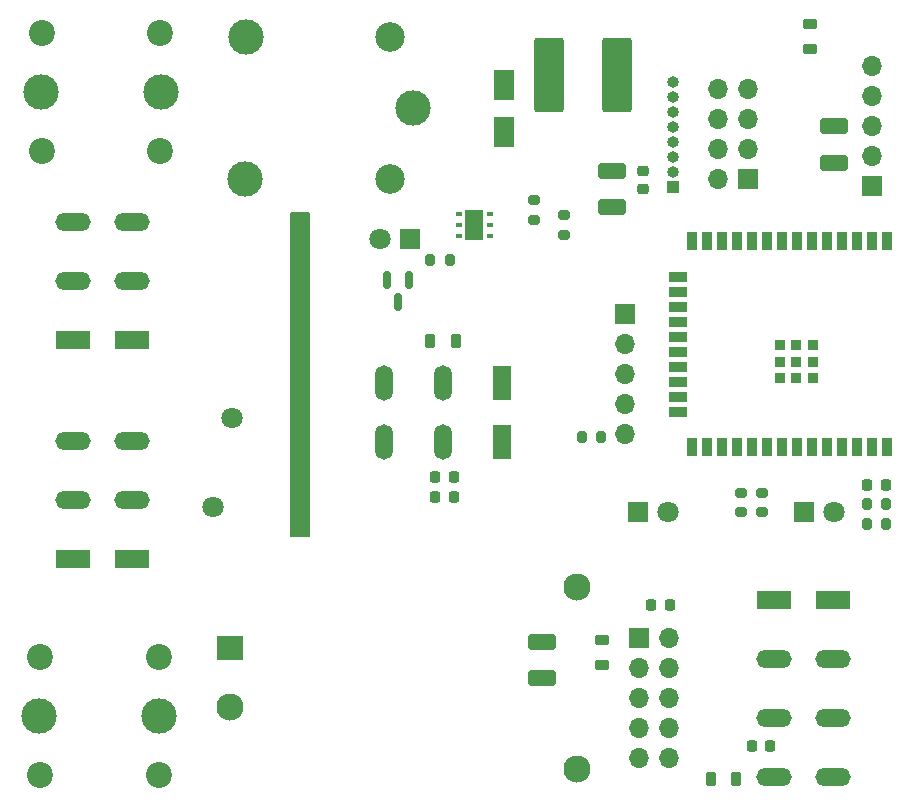
<source format=gbr>
%TF.GenerationSoftware,KiCad,Pcbnew,6.0.2+dfsg-1*%
%TF.CreationDate,2023-01-14T15:25:47+01:00*%
%TF.ProjectId,OpenDTU,4f70656e-4454-4552-9e6b-696361645f70,rev?*%
%TF.SameCoordinates,Original*%
%TF.FileFunction,Soldermask,Bot*%
%TF.FilePolarity,Negative*%
%FSLAX46Y46*%
G04 Gerber Fmt 4.6, Leading zero omitted, Abs format (unit mm)*
G04 Created by KiCad (PCBNEW 6.0.2+dfsg-1) date 2023-01-14 15:25:47*
%MOMM*%
%LPD*%
G01*
G04 APERTURE LIST*
G04 Aperture macros list*
%AMRoundRect*
0 Rectangle with rounded corners*
0 $1 Rounding radius*
0 $2 $3 $4 $5 $6 $7 $8 $9 X,Y pos of 4 corners*
0 Add a 4 corners polygon primitive as box body*
4,1,4,$2,$3,$4,$5,$6,$7,$8,$9,$2,$3,0*
0 Add four circle primitives for the rounded corners*
1,1,$1+$1,$2,$3*
1,1,$1+$1,$4,$5*
1,1,$1+$1,$6,$7*
1,1,$1+$1,$8,$9*
0 Add four rect primitives between the rounded corners*
20,1,$1+$1,$2,$3,$4,$5,0*
20,1,$1+$1,$4,$5,$6,$7,0*
20,1,$1+$1,$6,$7,$8,$9,0*
20,1,$1+$1,$8,$9,$2,$3,0*%
G04 Aperture macros list end*
%ADD10C,0.200000*%
%ADD11R,1.500000X3.000000*%
%ADD12O,1.500000X3.000000*%
%ADD13R,1.800000X1.800000*%
%ADD14C,1.800000*%
%ADD15C,2.200000*%
%ADD16C,3.000000*%
%ADD17R,2.300000X2.000000*%
%ADD18C,2.300000*%
%ADD19R,1.700000X1.700000*%
%ADD20O,1.700000X1.700000*%
%ADD21C,2.500000*%
%ADD22R,3.000000X1.500000*%
%ADD23O,3.000000X1.500000*%
%ADD24R,1.000000X1.000000*%
%ADD25O,1.000000X1.000000*%
%ADD26RoundRect,0.225000X0.225000X0.250000X-0.225000X0.250000X-0.225000X-0.250000X0.225000X-0.250000X0*%
%ADD27RoundRect,0.200000X-0.200000X-0.275000X0.200000X-0.275000X0.200000X0.275000X-0.200000X0.275000X0*%
%ADD28RoundRect,0.200000X-0.275000X0.200000X-0.275000X-0.200000X0.275000X-0.200000X0.275000X0.200000X0*%
%ADD29RoundRect,0.225000X-0.250000X0.225000X-0.250000X-0.225000X0.250000X-0.225000X0.250000X0.225000X0*%
%ADD30RoundRect,0.250000X-0.925000X0.412500X-0.925000X-0.412500X0.925000X-0.412500X0.925000X0.412500X0*%
%ADD31RoundRect,0.225000X-0.225000X-0.250000X0.225000X-0.250000X0.225000X0.250000X-0.225000X0.250000X0*%
%ADD32RoundRect,0.218750X0.218750X0.381250X-0.218750X0.381250X-0.218750X-0.381250X0.218750X-0.381250X0*%
%ADD33RoundRect,0.218750X-0.218750X-0.381250X0.218750X-0.381250X0.218750X0.381250X-0.218750X0.381250X0*%
%ADD34R,0.630000X0.450000*%
%ADD35R,1.500000X2.600000*%
%ADD36R,1.800000X2.500000*%
%ADD37R,0.900000X1.500000*%
%ADD38R,1.500000X0.900000*%
%ADD39R,0.900000X0.900000*%
%ADD40RoundRect,0.200000X0.200000X0.275000X-0.200000X0.275000X-0.200000X-0.275000X0.200000X-0.275000X0*%
%ADD41RoundRect,0.218750X0.381250X-0.218750X0.381250X0.218750X-0.381250X0.218750X-0.381250X-0.218750X0*%
%ADD42RoundRect,0.150000X-0.150000X0.587500X-0.150000X-0.587500X0.150000X-0.587500X0.150000X0.587500X0*%
%ADD43RoundRect,0.250000X1.000000X2.900000X-1.000000X2.900000X-1.000000X-2.900000X1.000000X-2.900000X0*%
%ADD44RoundRect,0.200000X0.275000X-0.200000X0.275000X0.200000X-0.275000X0.200000X-0.275000X-0.200000X0*%
G04 APERTURE END LIST*
D10*
X56896000Y-49784000D02*
X58420000Y-49784000D01*
X58420000Y-49784000D02*
X58420000Y-77089000D01*
X58420000Y-77089000D02*
X56896000Y-77089000D01*
X56896000Y-77089000D02*
X56896000Y-49784000D01*
G36*
X56896000Y-49784000D02*
G01*
X58420000Y-49784000D01*
X58420000Y-77089000D01*
X56896000Y-77089000D01*
X56896000Y-49784000D01*
G37*
D11*
%TO.C,ST_OW1*%
X74746000Y-64183000D03*
X74746000Y-69183000D03*
D12*
X69746000Y-69183000D03*
X69746000Y-64183000D03*
X64746000Y-64183000D03*
X64746000Y-69183000D03*
%TD*%
D13*
%TO.C,D1*%
X86228000Y-75057000D03*
D14*
X88768000Y-75057000D03*
%TD*%
D15*
%TO.C,FA1*%
X45640000Y-97329000D03*
X35640000Y-97329000D03*
X35640000Y-87329000D03*
X45640000Y-87329000D03*
D16*
X35560000Y-92329000D03*
X45720000Y-92329000D03*
%TD*%
D17*
%TO.C,PS1*%
X51689000Y-86614000D03*
D18*
X51689000Y-91614000D03*
X81089000Y-81414000D03*
X81089000Y-96814000D03*
%TD*%
D19*
%TO.C,ST_nRF1*%
X95577500Y-46885000D03*
D20*
X93037500Y-46885000D03*
X95577500Y-44345000D03*
X93037500Y-44345000D03*
X95577500Y-41805000D03*
X93037500Y-41805000D03*
X95577500Y-39265000D03*
X93037500Y-39265000D03*
%TD*%
D13*
%TO.C,D2*%
X100325000Y-75057000D03*
D14*
X102865000Y-75057000D03*
%TD*%
D15*
%TO.C,FA2*%
X35767000Y-44522000D03*
X45767000Y-34522000D03*
X45767000Y-44522000D03*
X35767000Y-34522000D03*
D16*
X35687000Y-39522000D03*
X45847000Y-39522000D03*
%TD*%
D13*
%TO.C,D4*%
X66934000Y-51943000D03*
D14*
X64394000Y-51943000D03*
%TD*%
D19*
%TO.C,ST_I2C1*%
X85115000Y-58350000D03*
D20*
X85115000Y-60890000D03*
X85115000Y-63430000D03*
X85115000Y-65970000D03*
X85115000Y-68510000D03*
%TD*%
D19*
%TO.C,ST_PRG1*%
X106020000Y-47495000D03*
D20*
X106020000Y-44955000D03*
X106020000Y-42415000D03*
X106020000Y-39875000D03*
X106020000Y-37335000D03*
%TD*%
D16*
%TO.C,REL1*%
X67183000Y-40894000D03*
D21*
X65233000Y-34844000D03*
D16*
X53033000Y-34844000D03*
X52983000Y-46894000D03*
D21*
X65233000Y-46844000D03*
%TD*%
D19*
%TO.C,ST_EXT1*%
X86355000Y-85730000D03*
D20*
X88895000Y-85730000D03*
X86355000Y-88270000D03*
X88895000Y-88270000D03*
X86355000Y-90810000D03*
X88895000Y-90810000D03*
X86355000Y-93350000D03*
X88895000Y-93350000D03*
X86355000Y-95890000D03*
X88895000Y-95890000D03*
%TD*%
D22*
%TO.C,ST_Line1*%
X38386000Y-79064000D03*
X43386000Y-79064000D03*
D23*
X38386000Y-74064000D03*
X43386000Y-74064000D03*
X38386000Y-69064000D03*
X43386000Y-69064000D03*
%TD*%
D22*
%TO.C,ST_REL1*%
X38386000Y-60522000D03*
X43386000Y-60522000D03*
D23*
X38386000Y-55522000D03*
X43386000Y-55522000D03*
X38386000Y-50522000D03*
X43386000Y-50522000D03*
%TD*%
D24*
%TO.C,ST_SI1*%
X89202500Y-47525000D03*
D25*
X89202500Y-46255000D03*
X89202500Y-44985000D03*
X89202500Y-43715000D03*
X89202500Y-42445000D03*
X89202500Y-41175000D03*
X89202500Y-39905000D03*
X89202500Y-38635000D03*
%TD*%
D22*
%TO.C,ST_IR1*%
X97743000Y-82550000D03*
X102743000Y-82550000D03*
D23*
X102743000Y-87550000D03*
X97743000Y-87550000D03*
X102743000Y-92550000D03*
X97743000Y-92550000D03*
X102743000Y-97550000D03*
X97743000Y-97550000D03*
%TD*%
D14*
%TO.C,RV1*%
X50234000Y-74616000D03*
X51867330Y-67116000D03*
%TD*%
D26*
%TO.C,C10*%
X70625000Y-72136000D03*
X69075000Y-72136000D03*
%TD*%
D27*
%TO.C,R3*%
X81471000Y-68707000D03*
X83121000Y-68707000D03*
%TD*%
D28*
%TO.C,R4*%
X94996000Y-73470000D03*
X94996000Y-75120000D03*
%TD*%
D29*
%TO.C,C6*%
X86687500Y-46215000D03*
X86687500Y-47765000D03*
%TD*%
D30*
%TO.C,C2*%
X78105000Y-86092500D03*
X78105000Y-89167500D03*
%TD*%
%TO.C,C9*%
X102870000Y-42418000D03*
X102870000Y-45493000D03*
%TD*%
D31*
%TO.C,C3*%
X69075000Y-73787000D03*
X70625000Y-73787000D03*
%TD*%
%TO.C,C7*%
X95872000Y-94869000D03*
X97422000Y-94869000D03*
%TD*%
D32*
%TO.C,L4*%
X70785500Y-60579000D03*
X68660500Y-60579000D03*
%TD*%
D28*
%TO.C,R1*%
X77470000Y-48705000D03*
X77470000Y-50355000D03*
%TD*%
D33*
%TO.C,L2*%
X92409500Y-97663000D03*
X94534500Y-97663000D03*
%TD*%
D34*
%TO.C,U1*%
X71050000Y-51750000D03*
X71050000Y-50800000D03*
X71050000Y-49850000D03*
X73730000Y-49850000D03*
X73730000Y-50800000D03*
X73730000Y-51750000D03*
D35*
X72390000Y-50800000D03*
%TD*%
D36*
%TO.C,D3*%
X74930000Y-38894000D03*
X74930000Y-42894000D03*
%TD*%
D37*
%TO.C,U2*%
X107340000Y-69610000D03*
X106070000Y-69610000D03*
X104800000Y-69610000D03*
X103530000Y-69610000D03*
X102260000Y-69610000D03*
X100990000Y-69610000D03*
X99720000Y-69610000D03*
X98450000Y-69610000D03*
X97180000Y-69610000D03*
X95910000Y-69610000D03*
X94640000Y-69610000D03*
X93370000Y-69610000D03*
X92100000Y-69610000D03*
X90830000Y-69610000D03*
D38*
X89580000Y-66580000D03*
X89580000Y-65310000D03*
X89580000Y-64040000D03*
X89580000Y-62770000D03*
X89580000Y-61500000D03*
X89580000Y-60230000D03*
X89580000Y-58960000D03*
X89580000Y-57690000D03*
X89580000Y-56420000D03*
X89580000Y-55150000D03*
D37*
X90830000Y-52110000D03*
X92100000Y-52110000D03*
X93370000Y-52110000D03*
X94640000Y-52110000D03*
X95910000Y-52110000D03*
X97180000Y-52110000D03*
X98450000Y-52110000D03*
X99720000Y-52110000D03*
X100990000Y-52110000D03*
X102260000Y-52110000D03*
X103530000Y-52110000D03*
X104800000Y-52110000D03*
X106070000Y-52110000D03*
X107340000Y-52110000D03*
D39*
X98220000Y-63760000D03*
X101020000Y-60960000D03*
X98220000Y-60960000D03*
X101020000Y-62360000D03*
X99620000Y-60960000D03*
X98220000Y-62360000D03*
X101020000Y-63760000D03*
X99620000Y-63760000D03*
X99620000Y-62360000D03*
%TD*%
D40*
%TO.C,R5*%
X107251000Y-76073000D03*
X105601000Y-76073000D03*
%TD*%
D28*
%TO.C,R2*%
X80010000Y-49975000D03*
X80010000Y-51625000D03*
%TD*%
D41*
%TO.C,L3*%
X100838000Y-35907000D03*
X100838000Y-33782000D03*
%TD*%
D40*
%TO.C,R8*%
X70294000Y-53721000D03*
X68644000Y-53721000D03*
%TD*%
D42*
%TO.C,Q1*%
X64963000Y-55450500D03*
X66863000Y-55450500D03*
X65913000Y-57325500D03*
%TD*%
D26*
%TO.C,C4*%
X88913000Y-82931000D03*
X87363000Y-82931000D03*
%TD*%
D41*
%TO.C,L1*%
X83185000Y-88057500D03*
X83185000Y-85932500D03*
%TD*%
D43*
%TO.C,C8*%
X84440000Y-38100000D03*
X78740000Y-38100000D03*
%TD*%
D40*
%TO.C,R6*%
X107251000Y-74422000D03*
X105601000Y-74422000D03*
%TD*%
D44*
%TO.C,R7*%
X96774000Y-75120000D03*
X96774000Y-73470000D03*
%TD*%
D31*
%TO.C,C1*%
X105651000Y-72798000D03*
X107201000Y-72798000D03*
%TD*%
D30*
%TO.C,C5*%
X84074000Y-46214500D03*
X84074000Y-49289500D03*
%TD*%
M02*

</source>
